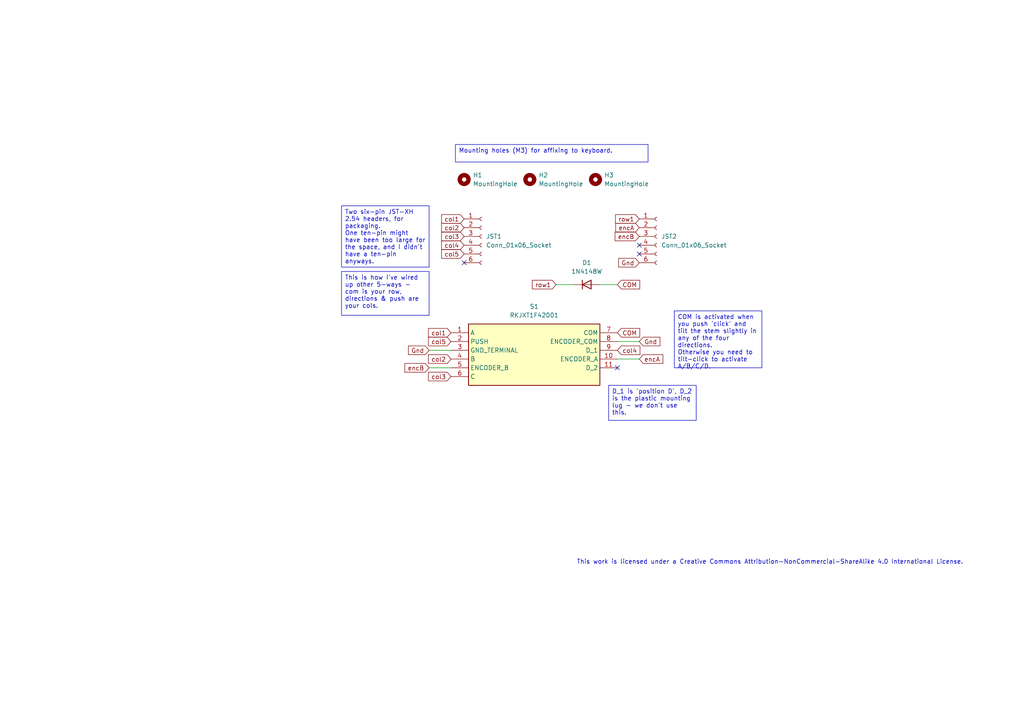
<source format=kicad_sch>
(kicad_sch (version 20230121) (generator eeschema)
  (paper "A4")
  (title_block (title "JST breakout for RKJXT") (date "2023-10-22") (rev "v0.1") (comment 2 "creativecommons.org/licenses/by/4.0") (comment 3 "License: CC BY 4.0") (comment 4 "Author: Chris Trotter"))
  (lib_symbols
    (symbol "1N4148W_1" (pin_numbers hide) (pin_names hide)
      (property "Reference" "D" (at 0 2.54 0))
      (property "Value" "1N4148W" (at 0 -2.54 0))
      (symbol "1N4148W_1_0_1"
        (polyline (pts (xy -1.27 1.27) (xy -1.27 -1.27)) (stroke (width 0.254)))
        (polyline (pts (xy 1.27 0) (xy -1.27 0)))
        (polyline (pts (xy 1.27 1.27) (xy 1.27 -1.27) (xy -1.27 0) (xy 1.27 1.27)) (stroke (width 0.254)))
      )
      (symbol "1N4148W_1_1_1"
        (pin passive line (at -3.81 0 0) (length 2.54) (name "K") (number "1"))
        (pin passive line (at 3.81 0 180) (length 2.54) (name "A") (number "2"))
      )
    )
    (symbol "Connector:Conn_01x06_Socket" (pin_names (offset 1.016) hide)
      (property "Reference" "J" (at 0 7.62 0))
      (property "Value" "Conn_01x06_Socket" (at 0 -10.16 0))
      (symbol "Conn_01x06_Socket_1_1"
        (arc (start 0 -7.112) (mid -0.5058 -7.62) (end 0 -8.128) (stroke (width 0.1524)))
        (arc (start 0 -4.572) (mid -0.5058 -5.08) (end 0 -5.588) (stroke (width 0.1524)))
        (arc (start 0 -2.032) (mid -0.5058 -2.54) (end 0 -3.048) (stroke (width 0.1524)))
        (polyline (pts (xy -1.27 -7.62) (xy -0.508 -7.62)) (stroke (width 0.1524)))
        (polyline (pts (xy -1.27 -5.08) (xy -0.508 -5.08)) (stroke (width 0.1524)))
        (polyline (pts (xy -1.27 -2.54) (xy -0.508 -2.54)) (stroke (width 0.1524)))
        (polyline (pts (xy -1.27 0) (xy -0.508 0)) (stroke (width 0.1524)))
        (polyline (pts (xy -1.27 2.54) (xy -0.508 2.54)) (stroke (width 0.1524)))
        (polyline (pts (xy -1.27 5.08) (xy -0.508 5.08)) (stroke (width 0.1524)))
        (arc (start 0 0.508) (mid -0.5058 0) (end 0 -0.508) (stroke (width 0.1524)))
        (arc (start 0 3.048) (mid -0.5058 2.54) (end 0 2.032) (stroke (width 0.1524)))
        (arc (start 0 5.588) (mid -0.5058 5.08) (end 0 4.572) (stroke (width 0.1524)))
        (pin passive line (at -5.08 5.08 0) (length 3.81) (name "Pin_1") (number "1"))
        (pin passive line (at -5.08 2.54 0) (length 3.81) (name "Pin_2") (number "2"))
        (pin passive line (at -5.08 0 0) (length 3.81) (name "Pin_3") (number "3"))
        (pin passive line (at -5.08 -2.54 0) (length 3.81) (name "Pin_4") (number "4"))
        (pin passive line (at -5.08 -5.08 0) (length 3.81) (name "Pin_5") (number "5"))
        (pin passive line (at -5.08 -7.62 0) (length 3.81) (name "Pin_6") (number "6"))
      )
    )
    (symbol "Mechanical:MountingHole" (pin_names (offset 1.016))
      (property "Reference" "H" (at 0 5.08 0))
      (property "Value" "MountingHole" (at 0 3.175 0))
      (symbol "MountingHole_0_1"
        (circle (center 0 0) (radius 1.27) (stroke (width 1.27)))
      )
    )
    (symbol "RKJXT1F42001:RKJXT1F42001"
      (property "Reference" "S" (at 44.45 7.62 0))
      (property "Value" "RKJXT1F42001" (at 44.45 5.08 0))
      (symbol "RKJXT1F42001_1_1"
        (rectangle (start 5.08 2.54) (end 43.18 -15.24) (stroke (width 0.254)) (fill (type background)))
        (pin passive line (at 0 0 0) (length 5.08) (name "A") (number "1"))
        (pin passive line (at 48.26 -7.62 180) (length 5.08) (name "ENCODER_A") (number "10"))
        (pin passive line (at 48.26 -10.16 180) (length 5.08) (name "D_2") (number "11"))
        (pin passive line (at 0 -2.54 0) (length 5.08) (name "PUSH") (number "2"))
        (pin passive line (at 0 -5.08 0) (length 5.08) (name "GND_TERMINAL") (number "3"))
        (pin passive line (at 0 -7.62 0) (length 5.08) (name "B") (number "4"))
        (pin passive line (at 0 -10.16 0) (length 5.08) (name "ENCODER_B") (number "5"))
        (pin passive line (at 0 -12.7 0) (length 5.08) (name "C") (number "6"))
        (pin passive line (at 48.26 0 180) (length 5.08) (name "COM") (number "7"))
        (pin passive line (at 48.26 -2.54 180) (length 5.08) (name "ENCODER_COM") (number "8"))
        (pin passive line (at 48.26 -5.08 180) (length 5.08) (name "D_1") (number "9"))
      )
    )
  )
  (no_connect (at 134.62 76.2))
  (no_connect (at 185.42 71.12))
  (no_connect (at 179.07 106.68))
  (no_connect (at 185.42 73.66))
  (wire (pts (xy 124.46 101.6) (xy 130.81 101.6)))
  (wire (pts (xy 173.99 82.55) (xy 179.07 82.55)))
  (wire (pts (xy 124.46 106.68) (xy 130.81 106.68)))
  (wire (pts (xy 161.29 82.55) (xy 166.37 82.55)))
  (wire (pts (xy 185.42 99.06) (xy 179.07 99.06)))
  (wire (pts (xy 185.42 104.14) (xy 179.07 104.14)))
  (text_box "D_1 is 'position D', D_2 is the plastic mounting lug - we don't use this." (at 176.53 111.76 0) (size 25.4 10.16) (effects (font (size 1.27 1.27)) (justify left top)))
  (text_box "COM is activated when you push 'click' and tilt the stem slightly in any of the four directions.\nOtherwise you need to tilt-click to activate A/B/C/D." (at 195.58 90.17 0) (size 25.4 16.51) (effects (font (size 1.27 1.27)) (justify left top)))
  (text_box "Two six-pin JST-XH 2.54 headers, for packaging.\nOne ten-pin might have been too large for the space, and I didn't have a ten-pin anyways." (at 99.06 59.69 0) (size 25.4 17.78) (effects (font (size 1.27 1.27)) (justify left top)))
  (text_box "This is how I've wired up other 5-ways - com is your row, directions & push are your cols." (at 99.06 78.74 0) (size 25.4 12.7) (effects (font (size 1.27 1.27)) (justify left top)))
  (text_box "Mounting holes (M3) for affixing to keyboard." (at 132.08 41.91 0) (size 55.88 5.08) (effects (font (size 1.27 1.27)) (justify left top)))
  (text "This work is licensed under a Creative Commons Attribution-NonCommercial-ShareAlike 4.0 International License." (at 279.4 163.83 0) (effects (font (size 1.27 1.27)) (justify right bottom)))
  (global_label "row1" (shape input) (at 185.42 63.5 180) (property "Intersheetrefs" "${INTERSHEET_REFS}" (effects hide)))
  (global_label "col1" (shape input) (at 134.62 63.5 180) (property "Intersheetrefs" "${INTERSHEET_REFS}" (effects hide)))
  (global_label "COM" (shape input) (at 179.07 96.52 0) (property "Intersheetrefs" "${INTERSHEET_REFS}" (effects hide)))
  (global_label "row1" (shape input) (at 161.29 82.55 180) (property "Intersheetrefs" "${INTERSHEET_REFS}" (effects hide)))
  (global_label "col2" (shape input) (at 134.62 66.04 180) (property "Intersheetrefs" "${INTERSHEET_REFS}" (effects hide)))
  (global_label "encB" (shape input) (at 124.46 106.68 180) (property "Intersheetrefs" "${INTERSHEET_REFS}" (effects hide)))
  (global_label "col5" (shape input) (at 130.81 99.06 180) (property "Intersheetrefs" "${INTERSHEET_REFS}" (effects hide)))
  (global_label "col3" (shape input) (at 130.81 109.22 180) (property "Intersheetrefs" "${INTERSHEET_REFS}" (effects hide)))
  (global_label "encA" (shape input) (at 185.42 66.04 180) (property "Intersheetrefs" "${INTERSHEET_REFS}" (effects hide)))
  (global_label "Gnd" (shape input) (at 124.46 101.6 180) (property "Intersheetrefs" "${INTERSHEET_REFS}" (effects hide)))
  (global_label "encB" (shape input) (at 185.42 68.58 180) (property "Intersheetrefs" "${INTERSHEET_REFS}" (effects hide)))
  (global_label "col1" (shape input) (at 130.81 96.52 180) (property "Intersheetrefs" "${INTERSHEET_REFS}" (effects hide)))
  (global_label "col4" (shape input) (at 179.07 101.6 0) (property "Intersheetrefs" "${INTERSHEET_REFS}" (effects hide)))
  (global_label "Gnd" (shape input) (at 185.42 99.06 0) (property "Intersheetrefs" "${INTERSHEET_REFS}" (effects hide)))
  (global_label "COM" (shape input) (at 179.07 82.55 0) (property "Intersheetrefs" "${INTERSHEET_REFS}" (effects hide)))
  (global_label "col5" (shape input) (at 134.62 73.66 180) (property "Intersheetrefs" "${INTERSHEET_REFS}" (effects hide)))
  (global_label "col2" (shape input) (at 130.81 104.14 180) (property "Intersheetrefs" "${INTERSHEET_REFS}" (effects hide)))
  (global_label "col4" (shape input) (at 134.62 71.12 180) (property "Intersheetrefs" "${INTERSHEET_REFS}" (effects hide)))
  (global_label "Gnd" (shape input) (at 185.42 76.2 180) (property "Intersheetrefs" "${INTERSHEET_REFS}" (effects hide)))
  (global_label "col3" (shape input) (at 134.62 68.58 180) (property "Intersheetrefs" "${INTERSHEET_REFS}" (effects hide)))
  (global_label "encA" (shape input) (at 185.42 104.14 0) (property "Intersheetrefs" "${INTERSHEET_REFS}" (effects hide)))
  (symbol (lib_id "Connector:Conn_01x06_Socket") (at 139.7 68.58 0) (unit 1)
    (property "Reference" "JST1" (at 140.97 68.58 0) (effects (justify left)))
    (property "Value" "Conn_01x06_Socket" (at 140.97 71.12 0) (effects (justify left)))
    (property "Footprint" "Connector_PinSocket_2.54mm:PinSocket_1x06_P2.54mm_Vertical" (effects hide))
  )
  (symbol (lib_id "Mechanical:MountingHole") (at 134.62 52.07 0) (unit 1)
    (property "Reference" "H1" (at 137.16 50.8 0) (effects (justify left)))
    (property "Value" "MountingHole" (at 137.16 53.34 0) (effects (justify left)))
  )
  (symbol (lib_name "1N4148W_1") (lib_id "Diode:1N4148W") (at 170.18 82.55 0) (unit 1)
    (property "Reference" "D1" (at 170.18 76.2 0))
    (property "Value" "1N4148W" (at 170.18 78.74 0))
    (property "Footprint" "Diode_SMD:D_SOD-123" (effects hide))
    (property "Datasheet" "https://www.vishay.com/docs/85748/1n4148w.pdf" (effects hide))
    (property "Sim.Device" "D" (effects hide))
    (property "Sim.Pins" "1=K 2=A" (effects hide))
  )
  (symbol (lib_id "RKJXT1F42001:RKJXT1F42001") (at 130.81 96.52 0) (unit 1)
    (property "Reference" "S1" (at 154.94 88.9 0))
    (property "Value" "RKJXT1F42001" (at 154.94 91.44 0))
    (property "Footprint" "RKJXT1F42001" (effects hide))
    (property "Datasheet" "http://www.alps.com/prod/info/E/HTML/MultiControl/Switch/RKJXT/RKJXT1F42001.html" (effects hide))
    (property "Height" "17" (effects hide))
    (property "Manufacturer_Name" "ALPS Electric" (effects hide))
    (property "Manufacturer_Part_Number" "RKJXT1F42001" (effects hide))
    (property "Mouser Part Number" "688-RKJXT1F42001" (effects hide))
    (property "Mouser Price/Stock" "https://www.mouser.co.uk/ProductDetail/Alps-Alpine/RKJXT1F42001?qs=6EGMNY9ZYDTsBzSTrhiL0w%3D%3D" (effects hide))
  )
  (symbol (lib_id "Connector:Conn_01x06_Socket") (at 190.5 68.58 0) (unit 1)
    (property "Reference" "JST2" (at 191.77 68.58 0) (effects (justify left)))
    (property "Value" "Conn_01x06_Socket" (at 191.77 71.12 0) (effects (justify left)))
    (property "Footprint" "Connector_PinSocket_2.54mm:PinSocket_1x06_P2.54mm_Vertical" (effects hide))
  )
  (symbol (lib_id "Mechanical:MountingHole") (at 153.67 52.07 0) (unit 1)
    (property "Reference" "H2" (at 156.21 50.8 0) (effects (justify left)))
    (property "Value" "MountingHole" (at 156.21 53.34 0) (effects (justify left)))
  )
  (symbol (lib_id "Mechanical:MountingHole") (at 172.72 52.07 0) (unit 1)
    (property "Reference" "H3" (at 175.26 50.8 0) (effects (justify left)))
    (property "Value" "MountingHole" (at 175.26 53.34 0) (effects (justify left)))
  )
)
</source>
